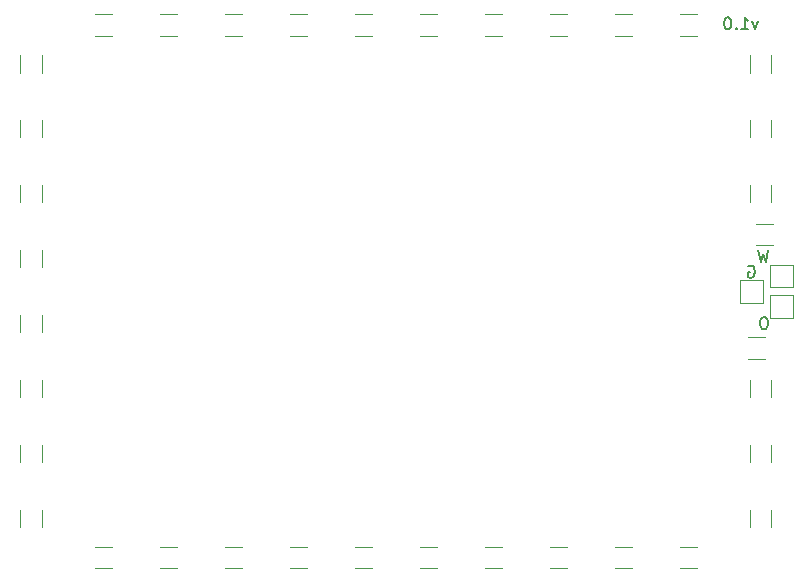
<source format=gbr>
%TF.GenerationSoftware,KiCad,Pcbnew,(7.0.0)*%
%TF.CreationDate,2023-07-18T21:43:11+02:00*%
%TF.ProjectId,Catcar_Ringlight,43617463-6172-45f5-9269-6e676c696768,1.0*%
%TF.SameCoordinates,Original*%
%TF.FileFunction,Legend,Bot*%
%TF.FilePolarity,Positive*%
%FSLAX46Y46*%
G04 Gerber Fmt 4.6, Leading zero omitted, Abs format (unit mm)*
G04 Created by KiCad (PCBNEW (7.0.0)) date 2023-07-18 21:43:11*
%MOMM*%
%LPD*%
G01*
G04 APERTURE LIST*
%ADD10C,0.200000*%
%ADD11C,0.120000*%
G04 APERTURE END LIST*
D10*
X130628570Y-77200714D02*
X130390475Y-77867380D01*
X130390475Y-77867380D02*
X130152380Y-77200714D01*
X129247618Y-77867380D02*
X129819046Y-77867380D01*
X129533332Y-77867380D02*
X129533332Y-76867380D01*
X129533332Y-76867380D02*
X129628570Y-77010238D01*
X129628570Y-77010238D02*
X129723808Y-77105476D01*
X129723808Y-77105476D02*
X129819046Y-77153095D01*
X128819046Y-77772142D02*
X128771427Y-77819761D01*
X128771427Y-77819761D02*
X128819046Y-77867380D01*
X128819046Y-77867380D02*
X128866665Y-77819761D01*
X128866665Y-77819761D02*
X128819046Y-77772142D01*
X128819046Y-77772142D02*
X128819046Y-77867380D01*
X128152380Y-76867380D02*
X128057142Y-76867380D01*
X128057142Y-76867380D02*
X127961904Y-76915000D01*
X127961904Y-76915000D02*
X127914285Y-76962619D01*
X127914285Y-76962619D02*
X127866666Y-77057857D01*
X127866666Y-77057857D02*
X127819047Y-77248333D01*
X127819047Y-77248333D02*
X127819047Y-77486428D01*
X127819047Y-77486428D02*
X127866666Y-77676904D01*
X127866666Y-77676904D02*
X127914285Y-77772142D01*
X127914285Y-77772142D02*
X127961904Y-77819761D01*
X127961904Y-77819761D02*
X128057142Y-77867380D01*
X128057142Y-77867380D02*
X128152380Y-77867380D01*
X128152380Y-77867380D02*
X128247618Y-77819761D01*
X128247618Y-77819761D02*
X128295237Y-77772142D01*
X128295237Y-77772142D02*
X128342856Y-77676904D01*
X128342856Y-77676904D02*
X128390475Y-77486428D01*
X128390475Y-77486428D02*
X128390475Y-77248333D01*
X128390475Y-77248333D02*
X128342856Y-77057857D01*
X128342856Y-77057857D02*
X128295237Y-76962619D01*
X128295237Y-76962619D02*
X128247618Y-76915000D01*
X128247618Y-76915000D02*
X128152380Y-76867380D01*
X129838095Y-97930000D02*
X129933333Y-97882380D01*
X129933333Y-97882380D02*
X130076190Y-97882380D01*
X130076190Y-97882380D02*
X130219047Y-97930000D01*
X130219047Y-97930000D02*
X130314285Y-98025238D01*
X130314285Y-98025238D02*
X130361904Y-98120476D01*
X130361904Y-98120476D02*
X130409523Y-98310952D01*
X130409523Y-98310952D02*
X130409523Y-98453809D01*
X130409523Y-98453809D02*
X130361904Y-98644285D01*
X130361904Y-98644285D02*
X130314285Y-98739523D01*
X130314285Y-98739523D02*
X130219047Y-98834761D01*
X130219047Y-98834761D02*
X130076190Y-98882380D01*
X130076190Y-98882380D02*
X129980952Y-98882380D01*
X129980952Y-98882380D02*
X129838095Y-98834761D01*
X129838095Y-98834761D02*
X129790476Y-98787142D01*
X129790476Y-98787142D02*
X129790476Y-98453809D01*
X129790476Y-98453809D02*
X129980952Y-98453809D01*
X131557142Y-96582380D02*
X131319047Y-97582380D01*
X131319047Y-97582380D02*
X131128571Y-96868095D01*
X131128571Y-96868095D02*
X130938095Y-97582380D01*
X130938095Y-97582380D02*
X130700000Y-96582380D01*
X131271428Y-102252380D02*
X131080952Y-102252380D01*
X131080952Y-102252380D02*
X130985714Y-102300000D01*
X130985714Y-102300000D02*
X130890476Y-102395238D01*
X130890476Y-102395238D02*
X130842857Y-102585714D01*
X130842857Y-102585714D02*
X130842857Y-102919047D01*
X130842857Y-102919047D02*
X130890476Y-103109523D01*
X130890476Y-103109523D02*
X130985714Y-103204761D01*
X130985714Y-103204761D02*
X131080952Y-103252380D01*
X131080952Y-103252380D02*
X131271428Y-103252380D01*
X131271428Y-103252380D02*
X131366666Y-103204761D01*
X131366666Y-103204761D02*
X131461904Y-103109523D01*
X131461904Y-103109523D02*
X131509523Y-102919047D01*
X131509523Y-102919047D02*
X131509523Y-102585714D01*
X131509523Y-102585714D02*
X131461904Y-102395238D01*
X131461904Y-102395238D02*
X131366666Y-102300000D01*
X131366666Y-102300000D02*
X131271428Y-102252380D01*
D11*
%TO.C,J3*%
X133600000Y-100400000D02*
X131700000Y-100400000D01*
X133600000Y-102300000D02*
X133600000Y-100400000D01*
X131700000Y-102300000D02*
X133600000Y-102300000D01*
X131700000Y-100400000D02*
X131700000Y-102300000D01*
%TO.C,J2*%
X131050000Y-99100000D02*
X129150000Y-99100000D01*
X131050000Y-101000000D02*
X131050000Y-99100000D01*
X129150000Y-101000000D02*
X131050000Y-101000000D01*
X129150000Y-99100000D02*
X129150000Y-101000000D01*
%TO.C,J1*%
X133600000Y-97800000D02*
X131700000Y-97800000D01*
X133600000Y-99700000D02*
X133600000Y-97800000D01*
X131700000Y-99700000D02*
X133600000Y-99700000D01*
X131700000Y-97800000D02*
X131700000Y-99700000D01*
%TO.C,R36*%
X68190000Y-81527064D02*
X68190000Y-80072936D01*
X70010000Y-81527064D02*
X70010000Y-80072936D01*
%TO.C,R35*%
X68190000Y-92527064D02*
X68190000Y-91072936D01*
X70010000Y-92527064D02*
X70010000Y-91072936D01*
%TO.C,R34*%
X68190000Y-103527064D02*
X68190000Y-102072936D01*
X70010000Y-103527064D02*
X70010000Y-102072936D01*
%TO.C,R33*%
X68190000Y-114527064D02*
X68190000Y-113072936D01*
X70010000Y-114527064D02*
X70010000Y-113072936D01*
%TO.C,R32*%
X75977064Y-123510000D02*
X74522936Y-123510000D01*
X75977064Y-121690000D02*
X74522936Y-121690000D01*
%TO.C,R31*%
X86977064Y-123510000D02*
X85522936Y-123510000D01*
X86977064Y-121690000D02*
X85522936Y-121690000D01*
%TO.C,R30*%
X68190000Y-87027064D02*
X68190000Y-85572936D01*
X70010000Y-87027064D02*
X70010000Y-85572936D01*
%TO.C,R29*%
X68190000Y-98027064D02*
X68190000Y-96572936D01*
X70010000Y-98027064D02*
X70010000Y-96572936D01*
%TO.C,R28*%
X68190000Y-109027064D02*
X68190000Y-107572936D01*
X70010000Y-109027064D02*
X70010000Y-107572936D01*
%TO.C,R27*%
X68190000Y-120027064D02*
X68190000Y-118572936D01*
X70010000Y-120027064D02*
X70010000Y-118572936D01*
%TO.C,R26*%
X81477064Y-123510000D02*
X80022936Y-123510000D01*
X81477064Y-121690000D02*
X80022936Y-121690000D01*
%TO.C,R25*%
X92477064Y-123510000D02*
X91022936Y-123510000D01*
X92477064Y-121690000D02*
X91022936Y-121690000D01*
%TO.C,R24*%
X97977064Y-121690000D02*
X96522936Y-121690000D01*
X97977064Y-123510000D02*
X96522936Y-123510000D01*
%TO.C,R23*%
X108977064Y-121690000D02*
X107522936Y-121690000D01*
X108977064Y-123510000D02*
X107522936Y-123510000D01*
%TO.C,R22*%
X119977064Y-121690000D02*
X118522936Y-121690000D01*
X119977064Y-123510000D02*
X118522936Y-123510000D01*
%TO.C,R21*%
X129990000Y-118572936D02*
X129990000Y-120027064D01*
X131810000Y-118572936D02*
X131810000Y-120027064D01*
%TO.C,R20*%
X131810000Y-107572936D02*
X131810000Y-109027064D01*
X129990000Y-107572936D02*
X129990000Y-109027064D01*
%TO.C,R19*%
X131277064Y-105760000D02*
X129822936Y-105760000D01*
X131277064Y-103940000D02*
X129822936Y-103940000D01*
%TO.C,R18*%
X103477064Y-121690000D02*
X102022936Y-121690000D01*
X103477064Y-123510000D02*
X102022936Y-123510000D01*
%TO.C,R17*%
X114477064Y-121690000D02*
X113022936Y-121690000D01*
X114477064Y-123510000D02*
X113022936Y-123510000D01*
%TO.C,R16*%
X125477064Y-121690000D02*
X124022936Y-121690000D01*
X125477064Y-123510000D02*
X124022936Y-123510000D01*
%TO.C,R15*%
X131810000Y-113072936D02*
X131810000Y-114527064D01*
X129990000Y-113072936D02*
X129990000Y-114527064D01*
%TO.C,R14*%
X131977064Y-94340000D02*
X130522936Y-94340000D01*
X131977064Y-96160000D02*
X130522936Y-96160000D01*
%TO.C,R13*%
X131810000Y-91072936D02*
X131810000Y-92527064D01*
X129990000Y-91072936D02*
X129990000Y-92527064D01*
%TO.C,R12*%
X129990000Y-85572936D02*
X129990000Y-87027064D01*
X131810000Y-85572936D02*
X131810000Y-87027064D01*
%TO.C,R11*%
X124022936Y-76590000D02*
X125477064Y-76590000D01*
X124022936Y-78410000D02*
X125477064Y-78410000D01*
%TO.C,R10*%
X113022936Y-76590000D02*
X114477064Y-76590000D01*
X113022936Y-78410000D02*
X114477064Y-78410000D01*
%TO.C,R6*%
X129990000Y-80072936D02*
X129990000Y-81527064D01*
X131810000Y-80072936D02*
X131810000Y-81527064D01*
%TO.C,R5*%
X118522936Y-76590000D02*
X119977064Y-76590000D01*
X118522936Y-78410000D02*
X119977064Y-78410000D01*
%TO.C,R4*%
X107522936Y-76590000D02*
X108977064Y-76590000D01*
X107522936Y-78410000D02*
X108977064Y-78410000D01*
%TO.C,R9*%
X102022936Y-76590000D02*
X103477064Y-76590000D01*
X102022936Y-78410000D02*
X103477064Y-78410000D01*
%TO.C,R8*%
X91022936Y-76590000D02*
X92477064Y-76590000D01*
X91022936Y-78410000D02*
X92477064Y-78410000D01*
%TO.C,R7*%
X80022936Y-76590000D02*
X81477064Y-76590000D01*
X80022936Y-78410000D02*
X81477064Y-78410000D01*
%TO.C,R3*%
X96522936Y-76590000D02*
X97977064Y-76590000D01*
X96522936Y-78410000D02*
X97977064Y-78410000D01*
%TO.C,R2*%
X85522936Y-76590000D02*
X86977064Y-76590000D01*
X85522936Y-78410000D02*
X86977064Y-78410000D01*
%TO.C,R1*%
X74522936Y-78410000D02*
X75977064Y-78410000D01*
X74522936Y-76590000D02*
X75977064Y-76590000D01*
%TD*%
M02*

</source>
